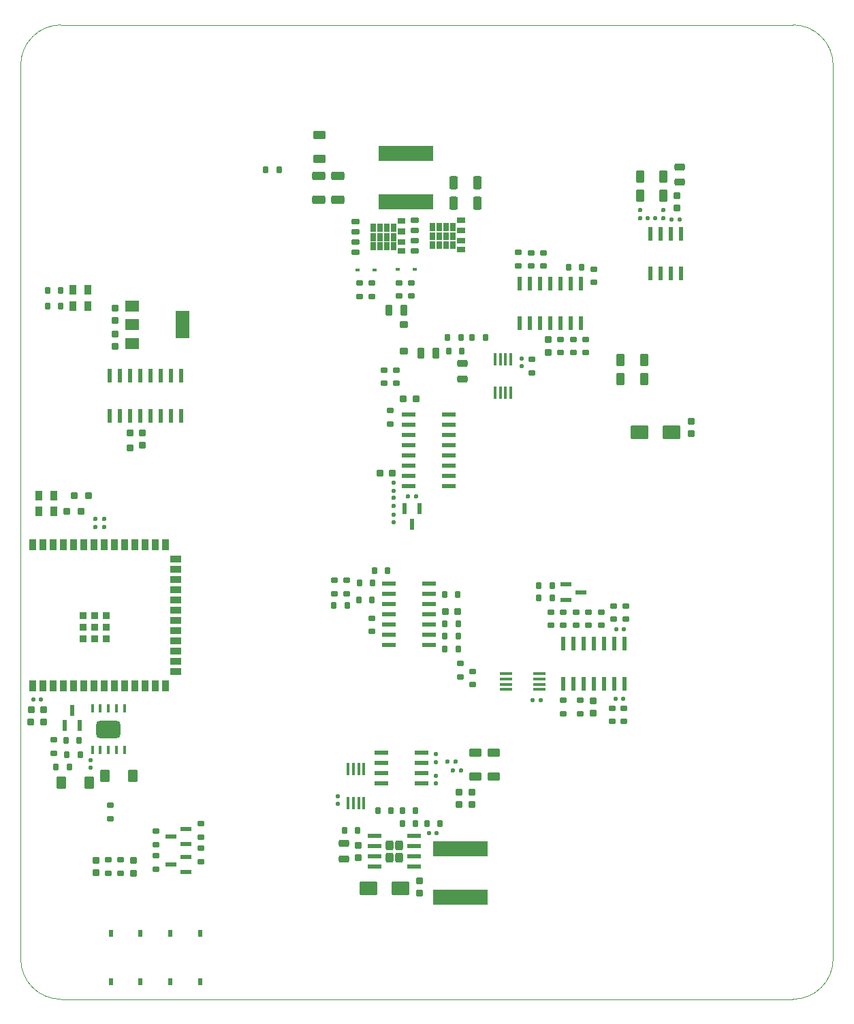
<source format=gbr>
%TF.GenerationSoftware,KiCad,Pcbnew,7.0.8*%
%TF.CreationDate,2023-10-31T22:13:39+02:00*%
%TF.ProjectId,Small_load_V1,536d616c-6c5f-46c6-9f61-645f56312e6b,rev?*%
%TF.SameCoordinates,Original*%
%TF.FileFunction,Paste,Top*%
%TF.FilePolarity,Positive*%
%FSLAX46Y46*%
G04 Gerber Fmt 4.6, Leading zero omitted, Abs format (unit mm)*
G04 Created by KiCad (PCBNEW 7.0.8) date 2023-10-31 22:13:39*
%MOMM*%
%LPD*%
G01*
G04 APERTURE LIST*
G04 Aperture macros list*
%AMRoundRect*
0 Rectangle with rounded corners*
0 $1 Rounding radius*
0 $2 $3 $4 $5 $6 $7 $8 $9 X,Y pos of 4 corners*
0 Add a 4 corners polygon primitive as box body*
4,1,4,$2,$3,$4,$5,$6,$7,$8,$9,$2,$3,0*
0 Add four circle primitives for the rounded corners*
1,1,$1+$1,$2,$3*
1,1,$1+$1,$4,$5*
1,1,$1+$1,$6,$7*
1,1,$1+$1,$8,$9*
0 Add four rect primitives between the rounded corners*
20,1,$1+$1,$2,$3,$4,$5,0*
20,1,$1+$1,$4,$5,$6,$7,0*
20,1,$1+$1,$6,$7,$8,$9,0*
20,1,$1+$1,$8,$9,$2,$3,0*%
G04 Aperture macros list end*
%ADD10C,0.001000*%
%ADD11RoundRect,0.160000X-0.267500X0.200000X-0.267500X-0.200000X0.267500X-0.200000X0.267500X0.200000X0*%
%ADD12R,0.630000X0.900000*%
%ADD13RoundRect,0.082500X-0.187500X-0.120000X0.187500X-0.120000X0.187500X0.120000X-0.187500X0.120000X0*%
%ADD14RoundRect,0.192500X-0.617500X0.325000X-0.617500X-0.325000X0.617500X-0.325000X0.617500X0.325000X0*%
%ADD15RoundRect,0.052500X0.217500X-0.825000X0.217500X0.825000X-0.217500X0.825000X-0.217500X-0.825000X0*%
%ADD16RoundRect,0.180000X0.247500X-0.225000X0.247500X0.225000X-0.247500X0.225000X-0.247500X-0.225000X0*%
%ADD17RoundRect,0.160000X0.200000X0.267500X-0.200000X0.267500X-0.200000X-0.267500X0.200000X-0.267500X0*%
%ADD18RoundRect,0.108000X-0.180000X0.135000X-0.180000X-0.135000X0.180000X-0.135000X0.180000X0.135000X0*%
%ADD19RoundRect,0.160000X-0.200000X-0.267500X0.200000X-0.267500X0.200000X0.267500X-0.200000X0.267500X0*%
%ADD20RoundRect,0.195000X0.243750X0.435000X-0.243750X0.435000X-0.243750X-0.435000X0.243750X-0.435000X0*%
%ADD21RoundRect,0.480000X1.050000X-0.600000X1.050000X0.600000X-1.050000X0.600000X-1.050000X-0.600000X0*%
%ADD22R,0.459000X0.990000*%
%ADD23RoundRect,0.180000X0.225000X0.247500X-0.225000X0.247500X-0.225000X-0.247500X0.225000X-0.247500X0*%
%ADD24RoundRect,0.160000X0.267500X-0.200000X0.267500X0.200000X-0.267500X0.200000X-0.267500X-0.200000X0*%
%ADD25RoundRect,0.112000X0.167000X-0.140000X0.167000X0.140000X-0.167000X0.140000X-0.167000X-0.140000X0*%
%ADD26RoundRect,0.112000X-0.167000X0.140000X-0.167000X-0.140000X0.167000X-0.140000X0.167000X0.140000X0*%
%ADD27RoundRect,0.180000X-0.247500X0.225000X-0.247500X-0.225000X0.247500X-0.225000X0.247500X0.225000X0*%
%ADD28RoundRect,0.112000X-0.140000X-0.167000X0.140000X-0.167000X0.140000X0.167000X-0.140000X0.167000X0*%
%ADD29RoundRect,0.140000X-0.377500X0.175000X-0.377500X-0.175000X0.377500X-0.175000X0.377500X0.175000X0*%
%ADD30RoundRect,0.200000X0.452500X-0.250000X0.452500X0.250000X-0.452500X0.250000X-0.452500X-0.250000X0*%
%ADD31RoundRect,0.112000X0.140000X0.167000X-0.140000X0.167000X-0.140000X-0.167000X0.140000X-0.167000X0*%
%ADD32RoundRect,0.108000X-0.135000X-0.180000X0.135000X-0.180000X0.135000X0.180000X-0.135000X0.180000X0*%
%ADD33RoundRect,0.188750X0.238750X-0.250000X0.238750X0.250000X-0.238750X0.250000X-0.238750X-0.250000X0*%
%ADD34R,6.750000X1.980000*%
%ADD35RoundRect,0.195000X-0.243750X-0.435000X0.243750X-0.435000X0.243750X0.435000X-0.243750X0.435000X0*%
%ADD36RoundRect,0.125000X1.000000X0.685000X-1.000000X0.685000X-1.000000X-0.685000X1.000000X-0.685000X0*%
%ADD37RoundRect,0.200000X-0.452500X0.250000X-0.452500X-0.250000X0.452500X-0.250000X0.452500X0.250000X0*%
%ADD38RoundRect,0.076250X-0.193750X0.587500X-0.193750X-0.587500X0.193750X-0.587500X0.193750X0.587500X0*%
%ADD39RoundRect,0.018750X0.161250X-0.712500X0.161250X0.712500X-0.161250X0.712500X-0.161250X-0.712500X0*%
%ADD40RoundRect,0.193750X-0.312500X-0.593750X0.312500X-0.593750X0.312500X0.593750X-0.312500X0.593750X0*%
%ADD41RoundRect,0.185000X-0.400000X-0.580000X0.400000X-0.580000X0.400000X0.580000X-0.400000X0.580000X0*%
%ADD42RoundRect,0.193750X0.593750X-0.312500X0.593750X0.312500X-0.593750X0.312500X-0.593750X-0.312500X0*%
%ADD43RoundRect,0.200000X0.250000X0.452500X-0.250000X0.452500X-0.250000X-0.452500X0.250000X-0.452500X0*%
%ADD44RoundRect,0.076250X0.587500X0.193750X-0.587500X0.193750X-0.587500X-0.193750X0.587500X-0.193750X0*%
%ADD45RoundRect,0.108000X0.180000X-0.135000X0.180000X0.135000X-0.180000X0.135000X-0.180000X-0.135000X0*%
%ADD46RoundRect,0.188750X0.250000X0.238750X-0.250000X0.238750X-0.250000X-0.238750X0.250000X-0.238750X0*%
%ADD47RoundRect,0.192500X-0.325000X-0.617500X0.325000X-0.617500X0.325000X0.617500X-0.325000X0.617500X0*%
%ADD48RoundRect,0.082500X0.187500X0.120000X-0.187500X0.120000X-0.187500X-0.120000X0.187500X-0.120000X0*%
%ADD49RoundRect,0.052500X0.825000X0.217500X-0.825000X0.217500X-0.825000X-0.217500X0.825000X-0.217500X0*%
%ADD50RoundRect,0.180000X-0.360000X0.225000X-0.360000X-0.225000X0.360000X-0.225000X0.360000X0.225000X0*%
%ADD51RoundRect,0.018750X-0.161250X0.712500X-0.161250X-0.712500X0.161250X-0.712500X0.161250X0.712500X0*%
%ADD52R,0.810000X1.350000*%
%ADD53R,1.350000X0.810000*%
%ADD54R,0.810000X0.810000*%
%ADD55RoundRect,0.108000X0.135000X0.180000X-0.135000X0.180000X-0.135000X-0.180000X0.135000X-0.180000X0*%
%ADD56RoundRect,0.193750X0.312500X0.593750X-0.312500X0.593750X-0.312500X-0.593750X0.312500X-0.593750X0*%
%ADD57RoundRect,0.052500X-0.825000X-0.217500X0.825000X-0.217500X0.825000X0.217500X-0.825000X0.217500X0*%
%ADD58RoundRect,0.180000X-0.225000X-0.247500X0.225000X-0.247500X0.225000X0.247500X-0.225000X0.247500X0*%
%ADD59RoundRect,0.018750X0.712500X0.161250X-0.712500X0.161250X-0.712500X-0.161250X0.712500X-0.161250X0*%
%ADD60RoundRect,0.076250X-0.587500X-0.193750X0.587500X-0.193750X0.587500X0.193750X-0.587500X0.193750X0*%
%ADD61RoundRect,0.076250X0.193750X-0.587500X0.193750X0.587500X-0.193750X0.587500X-0.193750X-0.587500X0*%
%ADD62RoundRect,0.125000X-1.000000X-0.685000X1.000000X-0.685000X1.000000X0.685000X-1.000000X0.685000X0*%
%ADD63RoundRect,0.240000X0.240000X0.385000X-0.240000X0.385000X-0.240000X-0.385000X0.240000X-0.385000X0*%
%ADD64R,1.800000X1.350000*%
%ADD65R,1.800000X3.420000*%
%TA.AperFunction,Profile*%
%ADD66C,0.100000*%
%TD*%
G04 APERTURE END LIST*
D10*
%TO.C,Q6*%
X96850000Y-74010000D02*
X97750000Y-74010000D01*
X97750000Y-74010000D02*
X97750000Y-74610000D01*
X97750000Y-74610000D02*
X96850000Y-74610000D01*
X96850000Y-74610000D02*
X96850000Y-74010000D01*
G36*
X96850000Y-74010000D02*
G01*
X97750000Y-74010000D01*
X97750000Y-74610000D01*
X96850000Y-74610000D01*
X96850000Y-74010000D01*
G37*
X96600000Y-74710000D02*
X96000000Y-74710000D01*
X96000000Y-74710000D02*
X96000000Y-75610000D01*
X96000000Y-75610000D02*
X96600000Y-75610000D01*
X96600000Y-75610000D02*
X96600000Y-74710000D01*
G36*
X96600000Y-74710000D02*
G01*
X96000000Y-74710000D01*
X96000000Y-75610000D01*
X96600000Y-75610000D01*
X96600000Y-74710000D01*
G37*
X95750000Y-74710000D02*
X95150000Y-74710000D01*
X95150000Y-74710000D02*
X95150000Y-75610000D01*
X95150000Y-75610000D02*
X95750000Y-75610000D01*
X95750000Y-75610000D02*
X95750000Y-74710000D01*
G36*
X95750000Y-74710000D02*
G01*
X95150000Y-74710000D01*
X95150000Y-75610000D01*
X95750000Y-75610000D01*
X95750000Y-74710000D01*
G37*
X94900000Y-74710000D02*
X94300000Y-74710000D01*
X94300000Y-74710000D02*
X94300000Y-75610000D01*
X94300000Y-75610000D02*
X94900000Y-75610000D01*
X94900000Y-75610000D02*
X94900000Y-74710000D01*
G36*
X94900000Y-74710000D02*
G01*
X94300000Y-74710000D01*
X94300000Y-75610000D01*
X94900000Y-75610000D01*
X94900000Y-74710000D01*
G37*
X94050000Y-74710000D02*
X93450000Y-74710000D01*
X93450000Y-74710000D02*
X93450000Y-75610000D01*
X93450000Y-75610000D02*
X94050000Y-75610000D01*
X94050000Y-75610000D02*
X94050000Y-74710000D01*
G36*
X94050000Y-74710000D02*
G01*
X93450000Y-74710000D01*
X93450000Y-75610000D01*
X94050000Y-75610000D01*
X94050000Y-74710000D01*
G37*
X96850000Y-75310000D02*
X97750000Y-75310000D01*
X97750000Y-75310000D02*
X97750000Y-75910000D01*
X97750000Y-75910000D02*
X96850000Y-75910000D01*
X96850000Y-75910000D02*
X96850000Y-75310000D01*
G36*
X96850000Y-75310000D02*
G01*
X97750000Y-75310000D01*
X97750000Y-75910000D01*
X96850000Y-75910000D01*
X96850000Y-75310000D01*
G37*
X96600000Y-75860000D02*
X96000000Y-75860000D01*
X96000000Y-75860000D02*
X96000000Y-76760000D01*
X96000000Y-76760000D02*
X96600000Y-76760000D01*
X96600000Y-76760000D02*
X96600000Y-75860000D01*
G36*
X96600000Y-75860000D02*
G01*
X96000000Y-75860000D01*
X96000000Y-76760000D01*
X96600000Y-76760000D01*
X96600000Y-75860000D01*
G37*
X95750000Y-75860000D02*
X95150000Y-75860000D01*
X95150000Y-75860000D02*
X95150000Y-76760000D01*
X95150000Y-76760000D02*
X95750000Y-76760000D01*
X95750000Y-76760000D02*
X95750000Y-75860000D01*
G36*
X95750000Y-75860000D02*
G01*
X95150000Y-75860000D01*
X95150000Y-76760000D01*
X95750000Y-76760000D01*
X95750000Y-75860000D01*
G37*
X94900000Y-75860000D02*
X94300000Y-75860000D01*
X94300000Y-75860000D02*
X94300000Y-76760000D01*
X94300000Y-76760000D02*
X94900000Y-76760000D01*
X94900000Y-76760000D02*
X94900000Y-75860000D01*
G36*
X94900000Y-75860000D02*
G01*
X94300000Y-75860000D01*
X94300000Y-76760000D01*
X94900000Y-76760000D01*
X94900000Y-75860000D01*
G37*
X94050000Y-75860000D02*
X93450000Y-75860000D01*
X93450000Y-75860000D02*
X93450000Y-76760000D01*
X93450000Y-76760000D02*
X94050000Y-76760000D01*
X94050000Y-76760000D02*
X94050000Y-75860000D01*
G36*
X94050000Y-75860000D02*
G01*
X93450000Y-75860000D01*
X93450000Y-76760000D01*
X94050000Y-76760000D01*
X94050000Y-75860000D01*
G37*
X96850000Y-76610000D02*
X97750000Y-76610000D01*
X97750000Y-76610000D02*
X97750000Y-77210000D01*
X97750000Y-77210000D02*
X96850000Y-77210000D01*
X96850000Y-77210000D02*
X96850000Y-76610000D01*
G36*
X96850000Y-76610000D02*
G01*
X97750000Y-76610000D01*
X97750000Y-77210000D01*
X96850000Y-77210000D01*
X96850000Y-76610000D01*
G37*
X96600000Y-76960000D02*
X96000000Y-76960000D01*
X96000000Y-76960000D02*
X96000000Y-77860000D01*
X96000000Y-77860000D02*
X96600000Y-77860000D01*
X96600000Y-77860000D02*
X96600000Y-76960000D01*
G36*
X96600000Y-76960000D02*
G01*
X96000000Y-76960000D01*
X96000000Y-77860000D01*
X96600000Y-77860000D01*
X96600000Y-76960000D01*
G37*
X95750000Y-76960000D02*
X95150000Y-76960000D01*
X95150000Y-76960000D02*
X95150000Y-77860000D01*
X95150000Y-77860000D02*
X95750000Y-77860000D01*
X95750000Y-77860000D02*
X95750000Y-76960000D01*
G36*
X95750000Y-76960000D02*
G01*
X95150000Y-76960000D01*
X95150000Y-77860000D01*
X95750000Y-77860000D01*
X95750000Y-76960000D01*
G37*
X94900000Y-76960000D02*
X94300000Y-76960000D01*
X94300000Y-76960000D02*
X94300000Y-77860000D01*
X94300000Y-77860000D02*
X94900000Y-77860000D01*
X94900000Y-77860000D02*
X94900000Y-76960000D01*
G36*
X94900000Y-76960000D02*
G01*
X94300000Y-76960000D01*
X94300000Y-77860000D01*
X94900000Y-77860000D01*
X94900000Y-76960000D01*
G37*
X94050000Y-76960000D02*
X93450000Y-76960000D01*
X93450000Y-76960000D02*
X93450000Y-77860000D01*
X93450000Y-77860000D02*
X94050000Y-77860000D01*
X94050000Y-77860000D02*
X94050000Y-76960000D01*
G36*
X94050000Y-76960000D02*
G01*
X93450000Y-76960000D01*
X93450000Y-77860000D01*
X94050000Y-77860000D01*
X94050000Y-76960000D01*
G37*
X96850000Y-77710000D02*
X97750000Y-77710000D01*
X97750000Y-77710000D02*
X97750000Y-78310000D01*
X97750000Y-78310000D02*
X96850000Y-78310000D01*
X96850000Y-78310000D02*
X96850000Y-77710000D01*
G36*
X96850000Y-77710000D02*
G01*
X97750000Y-77710000D01*
X97750000Y-78310000D01*
X96850000Y-78310000D01*
X96850000Y-77710000D01*
G37*
%TO.C,Q4*%
X104250000Y-73890000D02*
X105150000Y-73890000D01*
X105150000Y-73890000D02*
X105150000Y-74490000D01*
X105150000Y-74490000D02*
X104250000Y-74490000D01*
X104250000Y-74490000D02*
X104250000Y-73890000D01*
G36*
X104250000Y-73890000D02*
G01*
X105150000Y-73890000D01*
X105150000Y-74490000D01*
X104250000Y-74490000D01*
X104250000Y-73890000D01*
G37*
X104000000Y-74590000D02*
X103400000Y-74590000D01*
X103400000Y-74590000D02*
X103400000Y-75490000D01*
X103400000Y-75490000D02*
X104000000Y-75490000D01*
X104000000Y-75490000D02*
X104000000Y-74590000D01*
G36*
X104000000Y-74590000D02*
G01*
X103400000Y-74590000D01*
X103400000Y-75490000D01*
X104000000Y-75490000D01*
X104000000Y-74590000D01*
G37*
X103150000Y-74590000D02*
X102550000Y-74590000D01*
X102550000Y-74590000D02*
X102550000Y-75490000D01*
X102550000Y-75490000D02*
X103150000Y-75490000D01*
X103150000Y-75490000D02*
X103150000Y-74590000D01*
G36*
X103150000Y-74590000D02*
G01*
X102550000Y-74590000D01*
X102550000Y-75490000D01*
X103150000Y-75490000D01*
X103150000Y-74590000D01*
G37*
X102300000Y-74590000D02*
X101700000Y-74590000D01*
X101700000Y-74590000D02*
X101700000Y-75490000D01*
X101700000Y-75490000D02*
X102300000Y-75490000D01*
X102300000Y-75490000D02*
X102300000Y-74590000D01*
G36*
X102300000Y-74590000D02*
G01*
X101700000Y-74590000D01*
X101700000Y-75490000D01*
X102300000Y-75490000D01*
X102300000Y-74590000D01*
G37*
X101450000Y-74590000D02*
X100850000Y-74590000D01*
X100850000Y-74590000D02*
X100850000Y-75490000D01*
X100850000Y-75490000D02*
X101450000Y-75490000D01*
X101450000Y-75490000D02*
X101450000Y-74590000D01*
G36*
X101450000Y-74590000D02*
G01*
X100850000Y-74590000D01*
X100850000Y-75490000D01*
X101450000Y-75490000D01*
X101450000Y-74590000D01*
G37*
X104250000Y-75190000D02*
X105150000Y-75190000D01*
X105150000Y-75190000D02*
X105150000Y-75790000D01*
X105150000Y-75790000D02*
X104250000Y-75790000D01*
X104250000Y-75790000D02*
X104250000Y-75190000D01*
G36*
X104250000Y-75190000D02*
G01*
X105150000Y-75190000D01*
X105150000Y-75790000D01*
X104250000Y-75790000D01*
X104250000Y-75190000D01*
G37*
X104000000Y-75740000D02*
X103400000Y-75740000D01*
X103400000Y-75740000D02*
X103400000Y-76640000D01*
X103400000Y-76640000D02*
X104000000Y-76640000D01*
X104000000Y-76640000D02*
X104000000Y-75740000D01*
G36*
X104000000Y-75740000D02*
G01*
X103400000Y-75740000D01*
X103400000Y-76640000D01*
X104000000Y-76640000D01*
X104000000Y-75740000D01*
G37*
X103150000Y-75740000D02*
X102550000Y-75740000D01*
X102550000Y-75740000D02*
X102550000Y-76640000D01*
X102550000Y-76640000D02*
X103150000Y-76640000D01*
X103150000Y-76640000D02*
X103150000Y-75740000D01*
G36*
X103150000Y-75740000D02*
G01*
X102550000Y-75740000D01*
X102550000Y-76640000D01*
X103150000Y-76640000D01*
X103150000Y-75740000D01*
G37*
X102300000Y-75740000D02*
X101700000Y-75740000D01*
X101700000Y-75740000D02*
X101700000Y-76640000D01*
X101700000Y-76640000D02*
X102300000Y-76640000D01*
X102300000Y-76640000D02*
X102300000Y-75740000D01*
G36*
X102300000Y-75740000D02*
G01*
X101700000Y-75740000D01*
X101700000Y-76640000D01*
X102300000Y-76640000D01*
X102300000Y-75740000D01*
G37*
X101450000Y-75740000D02*
X100850000Y-75740000D01*
X100850000Y-75740000D02*
X100850000Y-76640000D01*
X100850000Y-76640000D02*
X101450000Y-76640000D01*
X101450000Y-76640000D02*
X101450000Y-75740000D01*
G36*
X101450000Y-75740000D02*
G01*
X100850000Y-75740000D01*
X100850000Y-76640000D01*
X101450000Y-76640000D01*
X101450000Y-75740000D01*
G37*
X104250000Y-76490000D02*
X105150000Y-76490000D01*
X105150000Y-76490000D02*
X105150000Y-77090000D01*
X105150000Y-77090000D02*
X104250000Y-77090000D01*
X104250000Y-77090000D02*
X104250000Y-76490000D01*
G36*
X104250000Y-76490000D02*
G01*
X105150000Y-76490000D01*
X105150000Y-77090000D01*
X104250000Y-77090000D01*
X104250000Y-76490000D01*
G37*
X104000000Y-76840000D02*
X103400000Y-76840000D01*
X103400000Y-76840000D02*
X103400000Y-77740000D01*
X103400000Y-77740000D02*
X104000000Y-77740000D01*
X104000000Y-77740000D02*
X104000000Y-76840000D01*
G36*
X104000000Y-76840000D02*
G01*
X103400000Y-76840000D01*
X103400000Y-77740000D01*
X104000000Y-77740000D01*
X104000000Y-76840000D01*
G37*
X103150000Y-76840000D02*
X102550000Y-76840000D01*
X102550000Y-76840000D02*
X102550000Y-77740000D01*
X102550000Y-77740000D02*
X103150000Y-77740000D01*
X103150000Y-77740000D02*
X103150000Y-76840000D01*
G36*
X103150000Y-76840000D02*
G01*
X102550000Y-76840000D01*
X102550000Y-77740000D01*
X103150000Y-77740000D01*
X103150000Y-76840000D01*
G37*
X102300000Y-76840000D02*
X101700000Y-76840000D01*
X101700000Y-76840000D02*
X101700000Y-77740000D01*
X101700000Y-77740000D02*
X102300000Y-77740000D01*
X102300000Y-77740000D02*
X102300000Y-76840000D01*
G36*
X102300000Y-76840000D02*
G01*
X101700000Y-76840000D01*
X101700000Y-77740000D01*
X102300000Y-77740000D01*
X102300000Y-76840000D01*
G37*
X101450000Y-76840000D02*
X100850000Y-76840000D01*
X100850000Y-76840000D02*
X100850000Y-77740000D01*
X100850000Y-77740000D02*
X101450000Y-77740000D01*
X101450000Y-77740000D02*
X101450000Y-76840000D01*
G36*
X101450000Y-76840000D02*
G01*
X100850000Y-76840000D01*
X100850000Y-77740000D01*
X101450000Y-77740000D01*
X101450000Y-76840000D01*
G37*
X104250000Y-77590000D02*
X105150000Y-77590000D01*
X105150000Y-77590000D02*
X105150000Y-78190000D01*
X105150000Y-78190000D02*
X104250000Y-78190000D01*
X104250000Y-78190000D02*
X104250000Y-77590000D01*
G36*
X104250000Y-77590000D02*
G01*
X105150000Y-77590000D01*
X105150000Y-78190000D01*
X104250000Y-78190000D01*
X104250000Y-77590000D01*
G37*
%TD*%
D11*
%TO.C,R18*%
X72425000Y-149225000D03*
X72425000Y-150875000D03*
%TD*%
D12*
%TO.C,SW4*%
X64900000Y-162800000D03*
X64900000Y-168800000D03*
X61200000Y-162800000D03*
X61200000Y-168800000D03*
%TD*%
D13*
%TO.C,D2*%
X96850000Y-80350000D03*
X98950000Y-80350000D03*
%TD*%
D14*
%TO.C,C14*%
X87050000Y-68725000D03*
X87050000Y-71675000D03*
%TD*%
D15*
%TO.C,U16*%
X61055000Y-98525000D03*
X62325000Y-98525000D03*
X63595000Y-98525000D03*
X64865000Y-98525000D03*
X66135000Y-98525000D03*
X67405000Y-98525000D03*
X68675000Y-98525000D03*
X69945000Y-98525000D03*
X69945000Y-93575000D03*
X68675000Y-93575000D03*
X67405000Y-93575000D03*
X66135000Y-93575000D03*
X64865000Y-93575000D03*
X63595000Y-93575000D03*
X62325000Y-93575000D03*
X61055000Y-93575000D03*
%TD*%
D11*
%TO.C,R24*%
X121290000Y-80350000D03*
X121290000Y-82000000D03*
%TD*%
%TO.C,R46*%
X117140000Y-89050000D03*
X117140000Y-90700000D03*
%TD*%
D16*
%TO.C,C39*%
X91950000Y-153450000D03*
X91950000Y-151900000D03*
%TD*%
D17*
%TO.C,R40*%
X99075000Y-149150000D03*
X97425000Y-149150000D03*
%TD*%
D18*
%TO.C,R30*%
X129900000Y-72990000D03*
X129900000Y-74010000D03*
%TD*%
D19*
%TO.C,R64*%
X94375000Y-147600000D03*
X96025000Y-147600000D03*
%TD*%
D11*
%TO.C,R83*%
X61150000Y-146925000D03*
X61150000Y-148575000D03*
%TD*%
D20*
%TO.C,D6*%
X54087500Y-108450000D03*
X52212500Y-108450000D03*
%TD*%
D17*
%TO.C,R61*%
X107775000Y-88800000D03*
X106125000Y-88800000D03*
%TD*%
D11*
%TO.C,R51*%
X119025000Y-122925000D03*
X119025000Y-124575000D03*
%TD*%
D21*
%TO.C,U15*%
X60850000Y-137475000D03*
D22*
X58910000Y-140015000D03*
X59910000Y-140015000D03*
X60910000Y-140015000D03*
X61910000Y-140015000D03*
X62910000Y-140015000D03*
X62910000Y-134915000D03*
X61910000Y-134915000D03*
X60910000Y-134915000D03*
X59910000Y-134915000D03*
X58910000Y-134915000D03*
%TD*%
D23*
%TO.C,C36*%
X106075000Y-145250000D03*
X104525000Y-145250000D03*
%TD*%
D24*
%TO.C,R14*%
X66825000Y-154825000D03*
X66825000Y-153175000D03*
%TD*%
D15*
%TO.C,U13*%
X128245000Y-80875000D03*
X129515000Y-80875000D03*
X130785000Y-80875000D03*
X132055000Y-80875000D03*
X132055000Y-75925000D03*
X130785000Y-75925000D03*
X129515000Y-75925000D03*
X128245000Y-75925000D03*
%TD*%
D25*
%TO.C,C19*%
X112250000Y-92390000D03*
X112250000Y-91430000D03*
%TD*%
D18*
%TO.C,R29*%
X127000000Y-72990000D03*
X127000000Y-74010000D03*
%TD*%
D26*
%TO.C,C33*%
X101650000Y-143220000D03*
X101650000Y-144180000D03*
%TD*%
D27*
%TO.C,C15*%
X99550000Y-156275000D03*
X99550000Y-157825000D03*
%TD*%
D23*
%TO.C,C35*%
X106075000Y-146800000D03*
X104525000Y-146800000D03*
%TD*%
D28*
%TO.C,C20*%
X51550000Y-133750000D03*
X52510000Y-133750000D03*
%TD*%
D17*
%TO.C,R85*%
X57275000Y-138825000D03*
X55625000Y-138825000D03*
%TD*%
D16*
%TO.C,C22*%
X133350000Y-100775000D03*
X133350000Y-99225000D03*
%TD*%
D29*
%TO.C,Q6*%
X91600000Y-74410000D03*
X91600000Y-75680000D03*
X91600000Y-76950000D03*
X91600000Y-78220000D03*
%TD*%
D30*
%TO.C,C26*%
X131900000Y-69550000D03*
X131900000Y-67650000D03*
%TD*%
D27*
%TO.C,C34*%
X131600000Y-71175000D03*
X131600000Y-72725000D03*
%TD*%
D14*
%TO.C,C13*%
X89450000Y-68725000D03*
X89450000Y-71675000D03*
%TD*%
D17*
%TO.C,R31*%
X82125000Y-68000000D03*
X80475000Y-68000000D03*
%TD*%
D19*
%TO.C,R77*%
X92025000Y-121400000D03*
X93675000Y-121400000D03*
%TD*%
D16*
%TO.C,C6*%
X59350000Y-155300000D03*
X59350000Y-153750000D03*
%TD*%
D17*
%TO.C,R54*%
X116050000Y-119620000D03*
X114400000Y-119620000D03*
%TD*%
D19*
%TO.C,R82*%
X55725000Y-140600000D03*
X57375000Y-140600000D03*
%TD*%
D31*
%TO.C,C37*%
X124980000Y-125050000D03*
X124020000Y-125050000D03*
%TD*%
D15*
%TO.C,U8*%
X117440000Y-131825000D03*
X118710000Y-131825000D03*
X119980000Y-131825000D03*
X121250000Y-131825000D03*
X122520000Y-131825000D03*
X123790000Y-131825000D03*
X125060000Y-131825000D03*
X125060000Y-126875000D03*
X123790000Y-126875000D03*
X122520000Y-126875000D03*
X121250000Y-126875000D03*
X119980000Y-126875000D03*
X118710000Y-126875000D03*
X117440000Y-126875000D03*
%TD*%
D11*
%TO.C,R65*%
X93625000Y-123665000D03*
X93625000Y-125315000D03*
%TD*%
D28*
%TO.C,C1*%
X113670000Y-133850000D03*
X114630000Y-133850000D03*
%TD*%
D17*
%TO.C,R39*%
X99075000Y-147600000D03*
X97425000Y-147600000D03*
%TD*%
D24*
%TO.C,R79*%
X113525000Y-93187500D03*
X113525000Y-91537500D03*
%TD*%
D32*
%TO.C,R5*%
X98140000Y-108550000D03*
X99160000Y-108550000D03*
%TD*%
D33*
%TO.C,R56*%
X63600000Y-102512500D03*
X63600000Y-100687500D03*
%TD*%
D11*
%TO.C,R12*%
X118690000Y-89050000D03*
X118690000Y-90700000D03*
%TD*%
D24*
%TO.C,R17*%
X72425000Y-153925000D03*
X72425000Y-152275000D03*
%TD*%
D34*
%TO.C,L2*%
X104650000Y-158350000D03*
X104650000Y-152350000D03*
%TD*%
D35*
%TO.C,D11*%
X56462500Y-82900000D03*
X58337500Y-82900000D03*
%TD*%
D15*
%TO.C,U2*%
X112040000Y-87075000D03*
X113310000Y-87075000D03*
X114580000Y-87075000D03*
X115850000Y-87075000D03*
X117120000Y-87075000D03*
X118390000Y-87075000D03*
X119660000Y-87075000D03*
X119660000Y-82125000D03*
X118390000Y-82125000D03*
X117120000Y-82125000D03*
X115850000Y-82125000D03*
X114580000Y-82125000D03*
X113310000Y-82125000D03*
X112040000Y-82125000D03*
%TD*%
D29*
%TO.C,Q4*%
X99000000Y-74290000D03*
X99000000Y-75560000D03*
X99000000Y-76830000D03*
X99000000Y-78100000D03*
%TD*%
D24*
%TO.C,R9*%
X62450000Y-155350000D03*
X62450000Y-153700000D03*
%TD*%
D11*
%TO.C,R20*%
X98550000Y-82025000D03*
X98550000Y-83675000D03*
%TD*%
D27*
%TO.C,C23*%
X65150000Y-100675000D03*
X65150000Y-102225000D03*
%TD*%
%TO.C,C21*%
X121150000Y-133925000D03*
X121150000Y-135475000D03*
%TD*%
D23*
%TO.C,C41*%
X99125000Y-96450000D03*
X97575000Y-96450000D03*
%TD*%
D17*
%TO.C,R53*%
X116050000Y-121150000D03*
X114400000Y-121150000D03*
%TD*%
%TO.C,R66*%
X104400000Y-127490000D03*
X102750000Y-127490000D03*
%TD*%
D36*
%TO.C,D4*%
X130900000Y-100600000D03*
X126900000Y-100600000D03*
%TD*%
D17*
%TO.C,R78*%
X95600000Y-117740000D03*
X93950000Y-117740000D03*
%TD*%
D19*
%TO.C,R62*%
X103075000Y-88800000D03*
X104725000Y-88800000D03*
%TD*%
D37*
%TO.C,C40*%
X90150000Y-151675000D03*
X90150000Y-153575000D03*
%TD*%
D38*
%TO.C,U5*%
X99610000Y-110102500D03*
X97710000Y-110102500D03*
X98660000Y-111977500D03*
%TD*%
D11*
%TO.C,R43*%
X115925000Y-122925000D03*
X115925000Y-124575000D03*
%TD*%
D26*
%TO.C,C4*%
X96350000Y-106870000D03*
X96350000Y-107830000D03*
%TD*%
D39*
%TO.C,U9*%
X90725000Y-146662500D03*
X91375000Y-146662500D03*
X92025000Y-146662500D03*
X92675000Y-146662500D03*
X92675000Y-142437500D03*
X92025000Y-142437500D03*
X91375000Y-142437500D03*
X90725000Y-142437500D03*
%TD*%
D40*
%TO.C,R60*%
X124587500Y-93970000D03*
X127512500Y-93970000D03*
%TD*%
D23*
%TO.C,C5*%
X96200000Y-105650000D03*
X94650000Y-105650000D03*
%TD*%
D41*
%TO.C,D8*%
X60450000Y-143250000D03*
X63950000Y-143250000D03*
%TD*%
D31*
%TO.C,C3*%
X124880000Y-133700000D03*
X123920000Y-133700000D03*
%TD*%
D42*
%TO.C,R48*%
X108830000Y-143312500D03*
X108830000Y-140387500D03*
%TD*%
D11*
%TO.C,R26*%
X111890000Y-78250000D03*
X111890000Y-79900000D03*
%TD*%
D43*
%TO.C,C8*%
X101650000Y-90750000D03*
X99750000Y-90750000D03*
%TD*%
D19*
%TO.C,R69*%
X102750000Y-124390000D03*
X104400000Y-124390000D03*
%TD*%
D17*
%TO.C,R67*%
X104350000Y-120740000D03*
X102700000Y-120740000D03*
%TD*%
D26*
%TO.C,C16*%
X89400000Y-145790000D03*
X89400000Y-146750000D03*
%TD*%
D41*
%TO.C,D9*%
X55000000Y-144100000D03*
X58500000Y-144100000D03*
%TD*%
D17*
%TO.C,R68*%
X104400000Y-125940000D03*
X102750000Y-125940000D03*
%TD*%
D44*
%TO.C,Q1*%
X70550000Y-155200000D03*
X70550000Y-153300000D03*
X68675000Y-154250000D03*
%TD*%
D24*
%TO.C,R27*%
X125000000Y-136525000D03*
X125000000Y-134875000D03*
%TD*%
D28*
%TO.C,C17*%
X127920000Y-74000000D03*
X128880000Y-74000000D03*
%TD*%
D25*
%TO.C,C2*%
X96350000Y-111780000D03*
X96350000Y-110820000D03*
%TD*%
D34*
%TO.C,L1*%
X97850000Y-71950000D03*
X97850000Y-65950000D03*
%TD*%
D45*
%TO.C,R35*%
X60350000Y-112360000D03*
X60350000Y-111340000D03*
%TD*%
D24*
%TO.C,R75*%
X95200000Y-94525000D03*
X95200000Y-92875000D03*
%TD*%
D45*
%TO.C,R80*%
X59300000Y-112360000D03*
X59300000Y-111340000D03*
%TD*%
D46*
%TO.C,R57*%
X57512500Y-110450000D03*
X55687500Y-110450000D03*
%TD*%
D24*
%TO.C,R19*%
X97000000Y-83675000D03*
X97000000Y-82025000D03*
%TD*%
D42*
%TO.C,R45*%
X106500000Y-143312500D03*
X106500000Y-140387500D03*
%TD*%
D47*
%TO.C,C9*%
X103825000Y-69600000D03*
X106775000Y-69600000D03*
%TD*%
D12*
%TO.C,SW1*%
X72272500Y-162805000D03*
X72272500Y-168805000D03*
X68572500Y-162805000D03*
X68572500Y-168805000D03*
%TD*%
D48*
%TO.C,D3*%
X94000000Y-80400000D03*
X91900000Y-80400000D03*
%TD*%
D49*
%TO.C,U19*%
X100750000Y-127000000D03*
X100750000Y-125730000D03*
X100750000Y-124460000D03*
X100750000Y-123190000D03*
X100750000Y-121920000D03*
X100750000Y-120650000D03*
X100750000Y-119380000D03*
X95800000Y-119380000D03*
X95800000Y-120650000D03*
X95800000Y-121920000D03*
X95800000Y-123190000D03*
X95800000Y-124460000D03*
X95800000Y-125730000D03*
X95800000Y-127000000D03*
%TD*%
D19*
%TO.C,R74*%
X88950000Y-122090000D03*
X90600000Y-122090000D03*
%TD*%
D40*
%TO.C,R25*%
X124587500Y-91650000D03*
X127512500Y-91650000D03*
%TD*%
D50*
%TO.C,D1*%
X97600000Y-87250000D03*
X97600000Y-90550000D03*
%TD*%
D46*
%TO.C,R58*%
X58462500Y-108500000D03*
X56637500Y-108500000D03*
%TD*%
D17*
%TO.C,R8*%
X54995000Y-82945000D03*
X53345000Y-82945000D03*
%TD*%
D23*
%TO.C,C30*%
X52805000Y-136600000D03*
X51255000Y-136600000D03*
%TD*%
D24*
%TO.C,R70*%
X89025000Y-120615000D03*
X89025000Y-118965000D03*
%TD*%
D19*
%TO.C,R84*%
X54375000Y-142150000D03*
X56025000Y-142150000D03*
%TD*%
D42*
%TO.C,R73*%
X87150000Y-66612500D03*
X87150000Y-63687500D03*
%TD*%
D16*
%TO.C,C7*%
X64000000Y-155325000D03*
X64000000Y-153775000D03*
%TD*%
D51*
%TO.C,U10*%
X110925000Y-91487500D03*
X110275000Y-91487500D03*
X109625000Y-91487500D03*
X108975000Y-91487500D03*
X108975000Y-95712500D03*
X109625000Y-95712500D03*
X110275000Y-95712500D03*
X110925000Y-95712500D03*
%TD*%
D16*
%TO.C,C25*%
X61750000Y-86725000D03*
X61750000Y-85175000D03*
%TD*%
D24*
%TO.C,R1*%
X123500000Y-136525000D03*
X123500000Y-134875000D03*
%TD*%
%TO.C,R41*%
X106200000Y-131925000D03*
X106200000Y-130275000D03*
%TD*%
D52*
%TO.C,U3*%
X51470000Y-132050000D03*
X52740000Y-132050000D03*
X54010000Y-132050000D03*
X55280000Y-132050000D03*
X56550000Y-132050000D03*
X57820000Y-132050000D03*
X59090000Y-132050000D03*
X60360000Y-132050000D03*
X61630000Y-132050000D03*
X62900000Y-132050000D03*
X64170000Y-132050000D03*
X65440000Y-132050000D03*
X66710000Y-132050000D03*
X67980000Y-132050000D03*
D53*
X69230000Y-130285000D03*
X69230000Y-129015000D03*
X69230000Y-127745000D03*
X69230000Y-126475000D03*
X69230000Y-125205000D03*
X69230000Y-123935000D03*
X69230000Y-122665000D03*
X69230000Y-121395000D03*
X69230000Y-120125000D03*
X69230000Y-118855000D03*
X69230000Y-117585000D03*
X69230000Y-116315000D03*
D52*
X67980000Y-114550000D03*
X66710000Y-114550000D03*
X65440000Y-114550000D03*
X64170000Y-114550000D03*
X62900000Y-114550000D03*
X61630000Y-114550000D03*
X60360000Y-114550000D03*
X59090000Y-114550000D03*
X57820000Y-114550000D03*
X56550000Y-114550000D03*
X55280000Y-114550000D03*
X54010000Y-114550000D03*
X52740000Y-114550000D03*
X51470000Y-114550000D03*
D54*
X57790000Y-126200000D03*
X59190000Y-126200000D03*
X60590000Y-126200000D03*
X60590000Y-126200000D03*
X57790000Y-124800000D03*
X57790000Y-124800000D03*
X59190000Y-124800000D03*
X60590000Y-124800000D03*
X57790000Y-123400000D03*
X59190000Y-123400000D03*
X60590000Y-123400000D03*
%TD*%
D44*
%TO.C,Q2*%
X70550000Y-151750000D03*
X70550000Y-149850000D03*
X68675000Y-150800000D03*
%TD*%
D24*
%TO.C,R42*%
X117450000Y-135525000D03*
X117450000Y-133875000D03*
%TD*%
D45*
%TO.C,R4*%
X96350000Y-109760000D03*
X96350000Y-108740000D03*
%TD*%
D11*
%TO.C,R52*%
X117475000Y-122900000D03*
X117475000Y-124550000D03*
%TD*%
D17*
%TO.C,R11*%
X119765000Y-80075000D03*
X118115000Y-80075000D03*
%TD*%
D49*
%TO.C,U4*%
X103175000Y-107245000D03*
X103175000Y-105975000D03*
X103175000Y-104705000D03*
X103175000Y-103435000D03*
X103175000Y-102165000D03*
X103175000Y-100895000D03*
X103175000Y-99625000D03*
X103175000Y-98355000D03*
X98225000Y-98355000D03*
X98225000Y-99625000D03*
X98225000Y-100895000D03*
X98225000Y-102165000D03*
X98225000Y-103435000D03*
X98225000Y-104705000D03*
X98225000Y-105975000D03*
X98225000Y-107245000D03*
%TD*%
D24*
%TO.C,R36*%
X104650000Y-130975000D03*
X104650000Y-129325000D03*
%TD*%
D11*
%TO.C,R81*%
X54100000Y-138775000D03*
X54100000Y-140425000D03*
%TD*%
D19*
%TO.C,R38*%
X100475000Y-149150000D03*
X102125000Y-149150000D03*
%TD*%
D24*
%TO.C,R21*%
X92100000Y-83725000D03*
X92100000Y-82075000D03*
%TD*%
D27*
%TO.C,C11*%
X115590000Y-89100000D03*
X115590000Y-90650000D03*
%TD*%
D55*
%TO.C,R49*%
X104710000Y-142600000D03*
X103690000Y-142600000D03*
%TD*%
D56*
%TO.C,R28*%
X129925000Y-71200000D03*
X127000000Y-71200000D03*
%TD*%
D11*
%TO.C,R23*%
X93650000Y-82075000D03*
X93650000Y-83725000D03*
%TD*%
D35*
%TO.C,D12*%
X56462500Y-84895000D03*
X58337500Y-84895000D03*
%TD*%
D17*
%TO.C,R71*%
X93750000Y-119340000D03*
X92100000Y-119340000D03*
%TD*%
D11*
%TO.C,R7*%
X123700000Y-122175000D03*
X123700000Y-123825000D03*
%TD*%
D55*
%TO.C,R50*%
X104060000Y-141500000D03*
X103040000Y-141500000D03*
%TD*%
D43*
%TO.C,C12*%
X97650000Y-85450000D03*
X95750000Y-85450000D03*
%TD*%
D24*
%TO.C,R55*%
X120240000Y-90700000D03*
X120240000Y-89050000D03*
%TD*%
D57*
%TO.C,U14*%
X94875000Y-140395000D03*
X94875000Y-141665000D03*
X94875000Y-142935000D03*
X94875000Y-144205000D03*
X99825000Y-144205000D03*
X99825000Y-142935000D03*
X99825000Y-141665000D03*
X99825000Y-140395000D03*
%TD*%
D17*
%TO.C,R10*%
X54995000Y-84895000D03*
X53345000Y-84895000D03*
%TD*%
D24*
%TO.C,R44*%
X120575000Y-124575000D03*
X120575000Y-122925000D03*
%TD*%
D16*
%TO.C,C24*%
X61700000Y-89925000D03*
X61700000Y-88375000D03*
%TD*%
D58*
%TO.C,C45*%
X102800000Y-122840000D03*
X104350000Y-122840000D03*
%TD*%
D11*
%TO.C,R2*%
X122200000Y-122925000D03*
X122200000Y-124575000D03*
%TD*%
D59*
%TO.C,U1*%
X114512500Y-132525000D03*
X114512500Y-131875000D03*
X114512500Y-131225000D03*
X114512500Y-130575000D03*
X110287500Y-130575000D03*
X110287500Y-131225000D03*
X110287500Y-131875000D03*
X110287500Y-132525000D03*
%TD*%
D24*
%TO.C,R76*%
X96700000Y-94525000D03*
X96700000Y-92875000D03*
%TD*%
D11*
%TO.C,R6*%
X119550000Y-133875000D03*
X119550000Y-135525000D03*
%TD*%
D20*
%TO.C,D5*%
X54087500Y-110450000D03*
X52212500Y-110450000D03*
%TD*%
D19*
%TO.C,R37*%
X90225000Y-150050000D03*
X91875000Y-150050000D03*
%TD*%
D11*
%TO.C,R15*%
X125250000Y-122175000D03*
X125250000Y-123825000D03*
%TD*%
D24*
%TO.C,R32*%
X114990000Y-79950000D03*
X114990000Y-78300000D03*
%TD*%
D25*
%TO.C,C47*%
X58650000Y-142280000D03*
X58650000Y-141320000D03*
%TD*%
D60*
%TO.C,Q7*%
X117750000Y-119500000D03*
X117750000Y-121400000D03*
X119625000Y-120450000D03*
%TD*%
D28*
%TO.C,C18*%
X130940000Y-74150000D03*
X131900000Y-74150000D03*
%TD*%
D24*
%TO.C,R72*%
X90525000Y-120615000D03*
X90525000Y-118965000D03*
%TD*%
D23*
%TO.C,C29*%
X52830000Y-135050000D03*
X51280000Y-135050000D03*
%TD*%
D26*
%TO.C,C32*%
X101650000Y-140570000D03*
X101650000Y-141530000D03*
%TD*%
D37*
%TO.C,C42*%
X104900000Y-92050000D03*
X104900000Y-93950000D03*
%TD*%
D31*
%TO.C,C38*%
X101680000Y-150350000D03*
X100720000Y-150350000D03*
%TD*%
D17*
%TO.C,R63*%
X104825000Y-90500000D03*
X103175000Y-90500000D03*
%TD*%
D61*
%TO.C,Q5*%
X55450000Y-137000000D03*
X57350000Y-137000000D03*
X56400000Y-135125000D03*
%TD*%
D24*
%TO.C,R3*%
X60900000Y-155350000D03*
X60900000Y-153700000D03*
%TD*%
D56*
%TO.C,R59*%
X129925000Y-68850000D03*
X127000000Y-68850000D03*
%TD*%
D24*
%TO.C,R34*%
X95950000Y-99550000D03*
X95950000Y-97900000D03*
%TD*%
D11*
%TO.C,R16*%
X66845000Y-150125000D03*
X66845000Y-151775000D03*
%TD*%
D24*
%TO.C,R33*%
X113440000Y-79950000D03*
X113440000Y-78300000D03*
%TD*%
D47*
%TO.C,C10*%
X103827651Y-72100000D03*
X106777651Y-72100000D03*
%TD*%
D62*
%TO.C,D7*%
X93200000Y-157200000D03*
X97200000Y-157200000D03*
%TD*%
D63*
%TO.C,U11*%
X97020000Y-153400000D03*
X97020000Y-151900000D03*
X95880000Y-153400000D03*
X95880000Y-151900000D03*
D49*
X98925000Y-154555000D03*
X98925000Y-153285000D03*
X98925000Y-152015000D03*
X98925000Y-150745000D03*
X93975000Y-150745000D03*
X93975000Y-152015000D03*
X93975000Y-153285000D03*
X93975000Y-154555000D03*
%TD*%
D64*
%TO.C,U17*%
X63850000Y-84950000D03*
X63850000Y-87250000D03*
D65*
X70150000Y-87250000D03*
D64*
X63850000Y-89550000D03*
%TD*%
D66*
X151000000Y-55000000D02*
G75*
G03*
X146000000Y-50000000I-5000000J0D01*
G01*
X50000000Y-55000000D02*
X50000000Y-166000000D01*
X50000000Y-166000000D02*
G75*
G03*
X55000000Y-171000000I5000000J0D01*
G01*
X146000000Y-171000000D02*
G75*
G03*
X151000000Y-166000000I0J5000000D01*
G01*
X55000000Y-50000000D02*
G75*
G03*
X50000000Y-55000000I0J-5000000D01*
G01*
X55000000Y-171000000D02*
X146000000Y-171000000D01*
X146000000Y-50000000D02*
X55000000Y-50000000D01*
X151000000Y-166000000D02*
X151000000Y-55000000D01*
M02*

</source>
